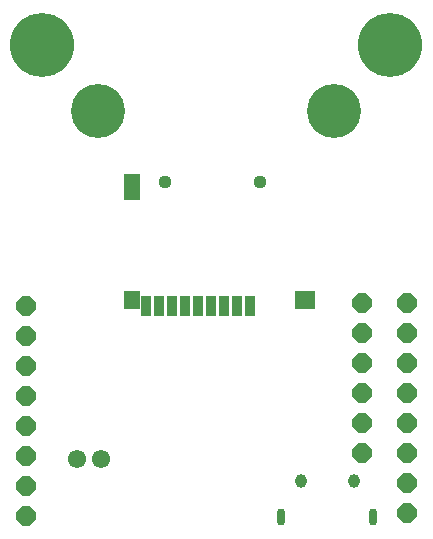
<source format=gbs>
G04*
G04 #@! TF.GenerationSoftware,Altium Limited,Altium Designer,19.1.8 (144)*
G04*
G04 Layer_Color=16711935*
%FSLAX25Y25*%
%MOIN*%
G70*
G01*
G75*
%ADD70O,0.02862X0.05618*%
%ADD71O,0.03847X0.04634*%
%ADD72P,0.07036X8X22.5*%
%ADD73C,0.06100*%
%ADD74C,0.18000*%
%ADD75C,0.21366*%
%ADD76C,0.04437*%
%ADD100R,0.06799X0.06012*%
%ADD101R,0.05224X0.09161*%
%ADD102R,0.03256X0.06799*%
%ADD103R,0.05224X0.06012*%
D70*
X122335Y5579D02*
D03*
X91665D02*
D03*
D71*
X115740Y17390D02*
D03*
X98260D02*
D03*
D72*
X133500Y7000D02*
D03*
Y17000D02*
D03*
Y27000D02*
D03*
Y37000D02*
D03*
Y47000D02*
D03*
Y57000D02*
D03*
Y67000D02*
D03*
Y77000D02*
D03*
X118500D02*
D03*
Y67000D02*
D03*
Y57000D02*
D03*
Y47000D02*
D03*
Y37000D02*
D03*
Y27000D02*
D03*
X6500Y6000D02*
D03*
Y16000D02*
D03*
Y26000D02*
D03*
Y36000D02*
D03*
Y46000D02*
D03*
Y56000D02*
D03*
Y66000D02*
D03*
Y76000D02*
D03*
D73*
X31437Y25000D02*
D03*
X23563D02*
D03*
D74*
X109370Y141000D02*
D03*
X30630D02*
D03*
D75*
X12000Y163000D02*
D03*
X128000D02*
D03*
D76*
X84508Y117157D02*
D03*
X53012D02*
D03*
D100*
X99468Y77787D02*
D03*
D101*
X41988Y115582D02*
D03*
D102*
X81358Y75818D02*
D03*
X77028D02*
D03*
X72697D02*
D03*
X68366D02*
D03*
X64035D02*
D03*
X59705D02*
D03*
X55374D02*
D03*
X51043D02*
D03*
X46713D02*
D03*
D103*
X41988Y77787D02*
D03*
M02*

</source>
